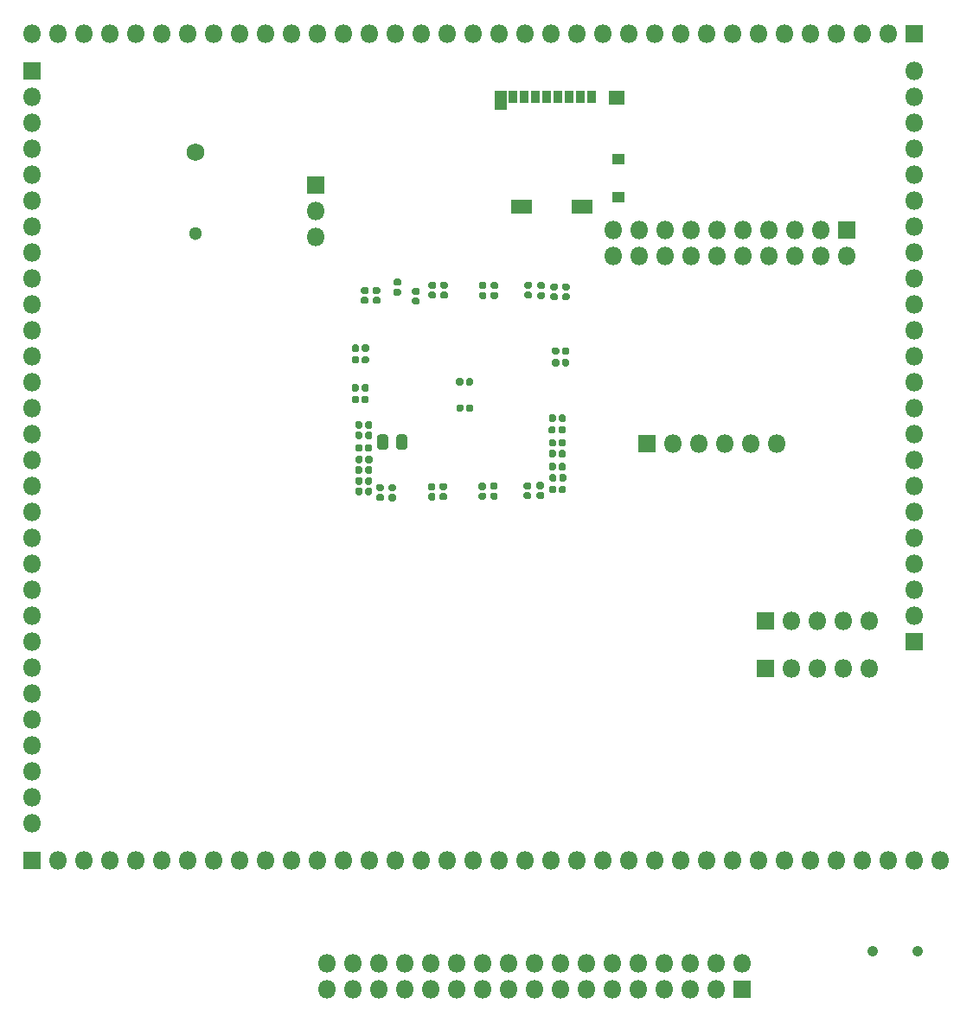
<source format=gbr>
G04 #@! TF.GenerationSoftware,KiCad,Pcbnew,(5.1.6)-1*
G04 #@! TF.CreationDate,2020-09-15T12:17:56+03:00*
G04 #@! TF.ProjectId,469devboard,34363964-6576-4626-9f61-72642e6b6963,rev?*
G04 #@! TF.SameCoordinates,Original*
G04 #@! TF.FileFunction,Soldermask,Bot*
G04 #@! TF.FilePolarity,Negative*
%FSLAX46Y46*%
G04 Gerber Fmt 4.6, Leading zero omitted, Abs format (unit mm)*
G04 Created by KiCad (PCBNEW (5.1.6)-1) date 2020-09-15 12:17:56*
%MOMM*%
%LPD*%
G01*
G04 APERTURE LIST*
%ADD10O,1.800000X1.800000*%
%ADD11R,1.800000X1.800000*%
%ADD12R,1.650000X1.450000*%
%ADD13R,1.300000X1.100000*%
%ADD14R,2.000000X1.450000*%
%ADD15R,1.270000X1.900000*%
%ADD16R,0.850000X1.200000*%
%ADD17R,0.950000X1.200000*%
%ADD18C,1.050000*%
%ADD19C,1.750000*%
%ADD20C,1.300000*%
G04 APERTURE END LIST*
D10*
X161023300Y-107046500D03*
X158483300Y-107046500D03*
X155943300Y-107046500D03*
X153403300Y-107046500D03*
D11*
X150863300Y-107046500D03*
D10*
X161023300Y-111696500D03*
X158483300Y-111696500D03*
X155943300Y-111696500D03*
X153403300Y-111696500D03*
D11*
X150863300Y-111696500D03*
D10*
X135991600Y-71297800D03*
X135991600Y-68757800D03*
X138531600Y-71297800D03*
X138531600Y-68757800D03*
X141071600Y-71297800D03*
X141071600Y-68757800D03*
X143611600Y-71297800D03*
X143611600Y-68757800D03*
X146151600Y-71297800D03*
X146151600Y-68757800D03*
X148691600Y-71297800D03*
X148691600Y-68757800D03*
X151231600Y-71297800D03*
X151231600Y-68757800D03*
X153771600Y-71297800D03*
X153771600Y-68757800D03*
X156311600Y-71297800D03*
X156311600Y-68757800D03*
X158851600Y-71297800D03*
D11*
X158851600Y-68757800D03*
D10*
X79095600Y-126898400D03*
X79095600Y-124358400D03*
X79095600Y-121818400D03*
X79095600Y-119278400D03*
X79095600Y-116738400D03*
X79095600Y-114198400D03*
X79095600Y-111658400D03*
X79095600Y-109118400D03*
X79095600Y-106578400D03*
X79095600Y-104038400D03*
X79095600Y-101498400D03*
X79095600Y-98958400D03*
X79095600Y-96418400D03*
X79095600Y-93878400D03*
X79095600Y-91338400D03*
X79095600Y-88798400D03*
X79095600Y-86258400D03*
X79095600Y-83718400D03*
X79095600Y-81178400D03*
X79095600Y-78638400D03*
X79095600Y-76098400D03*
X79095600Y-73558400D03*
X79095600Y-71018400D03*
X79095600Y-68478400D03*
X79095600Y-65938400D03*
X79095600Y-63398400D03*
X79095600Y-60858400D03*
X79095600Y-58318400D03*
X79095600Y-55778400D03*
D11*
X79095600Y-53238400D03*
D10*
X165404800Y-53187600D03*
X165404800Y-55727600D03*
X165404800Y-58267600D03*
X165404800Y-60807600D03*
X165404800Y-63347600D03*
X165404800Y-65887600D03*
X165404800Y-68427600D03*
X165404800Y-70967600D03*
X165404800Y-73507600D03*
X165404800Y-76047600D03*
X165404800Y-78587600D03*
X165404800Y-81127600D03*
X165404800Y-83667600D03*
X165404800Y-86207600D03*
X165404800Y-88747600D03*
X165404800Y-91287600D03*
X165404800Y-93827600D03*
X165404800Y-96367600D03*
X165404800Y-98907600D03*
X165404800Y-101447600D03*
X165404800Y-103987600D03*
X165404800Y-106527600D03*
D11*
X165404800Y-109067600D03*
D12*
X136273400Y-55848600D03*
D13*
X136448400Y-61873600D03*
X136448400Y-65573600D03*
D14*
X132948400Y-66548600D03*
X126978400Y-66548600D03*
D15*
X124953400Y-56073600D03*
D16*
X126163400Y-55723600D03*
D17*
X127213400Y-55723600D03*
X128313400Y-55723600D03*
X129413400Y-55723600D03*
X130513400Y-55723600D03*
X131613400Y-55723600D03*
X132713400Y-55723600D03*
X133813400Y-55723600D03*
D18*
X165763300Y-139399000D03*
X161363300Y-139399000D03*
D19*
X95097600Y-61163200D03*
D20*
X95097600Y-69163200D03*
G36*
G01*
X111673800Y-89097500D02*
X111673800Y-88702500D01*
G75*
G02*
X111846300Y-88530000I172500J0D01*
G01*
X112191300Y-88530000D01*
G75*
G02*
X112363800Y-88702500I0J-172500D01*
G01*
X112363800Y-89097500D01*
G75*
G02*
X112191300Y-89270000I-172500J0D01*
G01*
X111846300Y-89270000D01*
G75*
G02*
X111673800Y-89097500I0J172500D01*
G01*
G37*
G36*
G01*
X110703800Y-89097500D02*
X110703800Y-88702500D01*
G75*
G02*
X110876300Y-88530000I172500J0D01*
G01*
X111221300Y-88530000D01*
G75*
G02*
X111393800Y-88702500I0J-172500D01*
G01*
X111393800Y-89097500D01*
G75*
G02*
X111221300Y-89270000I-172500J0D01*
G01*
X110876300Y-89270000D01*
G75*
G02*
X110703800Y-89097500I0J172500D01*
G01*
G37*
G36*
G01*
X111673800Y-88081500D02*
X111673800Y-87686500D01*
G75*
G02*
X111846300Y-87514000I172500J0D01*
G01*
X112191300Y-87514000D01*
G75*
G02*
X112363800Y-87686500I0J-172500D01*
G01*
X112363800Y-88081500D01*
G75*
G02*
X112191300Y-88254000I-172500J0D01*
G01*
X111846300Y-88254000D01*
G75*
G02*
X111673800Y-88081500I0J172500D01*
G01*
G37*
G36*
G01*
X110703800Y-88081500D02*
X110703800Y-87686500D01*
G75*
G02*
X110876300Y-87514000I172500J0D01*
G01*
X111221300Y-87514000D01*
G75*
G02*
X111393800Y-87686500I0J-172500D01*
G01*
X111393800Y-88081500D01*
G75*
G02*
X111221300Y-88254000I-172500J0D01*
G01*
X110876300Y-88254000D01*
G75*
G02*
X110703800Y-88081500I0J172500D01*
G01*
G37*
G36*
G01*
X123336700Y-94246400D02*
X122941700Y-94246400D01*
G75*
G02*
X122769200Y-94073900I0J172500D01*
G01*
X122769200Y-93728900D01*
G75*
G02*
X122941700Y-93556400I172500J0D01*
G01*
X123336700Y-93556400D01*
G75*
G02*
X123509200Y-93728900I0J-172500D01*
G01*
X123509200Y-94073900D01*
G75*
G02*
X123336700Y-94246400I-172500J0D01*
G01*
G37*
G36*
G01*
X123336700Y-95216400D02*
X122941700Y-95216400D01*
G75*
G02*
X122769200Y-95043900I0J172500D01*
G01*
X122769200Y-94698900D01*
G75*
G02*
X122941700Y-94526400I172500J0D01*
G01*
X123336700Y-94526400D01*
G75*
G02*
X123509200Y-94698900I0J-172500D01*
G01*
X123509200Y-95043900D01*
G75*
G02*
X123336700Y-95216400I-172500J0D01*
G01*
G37*
G36*
G01*
X124479700Y-94223400D02*
X124084700Y-94223400D01*
G75*
G02*
X123912200Y-94050900I0J172500D01*
G01*
X123912200Y-93705900D01*
G75*
G02*
X124084700Y-93533400I172500J0D01*
G01*
X124479700Y-93533400D01*
G75*
G02*
X124652200Y-93705900I0J-172500D01*
G01*
X124652200Y-94050900D01*
G75*
G02*
X124479700Y-94223400I-172500J0D01*
G01*
G37*
G36*
G01*
X124479700Y-95193400D02*
X124084700Y-95193400D01*
G75*
G02*
X123912200Y-95020900I0J172500D01*
G01*
X123912200Y-94675900D01*
G75*
G02*
X124084700Y-94503400I172500J0D01*
G01*
X124479700Y-94503400D01*
G75*
G02*
X124652200Y-94675900I0J-172500D01*
G01*
X124652200Y-95020900D01*
G75*
G02*
X124479700Y-95193400I-172500J0D01*
G01*
G37*
G36*
G01*
X111338800Y-85592300D02*
X111338800Y-85197300D01*
G75*
G02*
X111511300Y-85024800I172500J0D01*
G01*
X111856300Y-85024800D01*
G75*
G02*
X112028800Y-85197300I0J-172500D01*
G01*
X112028800Y-85592300D01*
G75*
G02*
X111856300Y-85764800I-172500J0D01*
G01*
X111511300Y-85764800D01*
G75*
G02*
X111338800Y-85592300I0J172500D01*
G01*
G37*
G36*
G01*
X110368800Y-85592300D02*
X110368800Y-85197300D01*
G75*
G02*
X110541300Y-85024800I172500J0D01*
G01*
X110886300Y-85024800D01*
G75*
G02*
X111058800Y-85197300I0J-172500D01*
G01*
X111058800Y-85592300D01*
G75*
G02*
X110886300Y-85764800I-172500J0D01*
G01*
X110541300Y-85764800D01*
G75*
G02*
X110368800Y-85592300I0J172500D01*
G01*
G37*
G36*
G01*
X111338800Y-84449300D02*
X111338800Y-84054300D01*
G75*
G02*
X111511300Y-83881800I172500J0D01*
G01*
X111856300Y-83881800D01*
G75*
G02*
X112028800Y-84054300I0J-172500D01*
G01*
X112028800Y-84449300D01*
G75*
G02*
X111856300Y-84621800I-172500J0D01*
G01*
X111511300Y-84621800D01*
G75*
G02*
X111338800Y-84449300I0J172500D01*
G01*
G37*
G36*
G01*
X110368800Y-84449300D02*
X110368800Y-84054300D01*
G75*
G02*
X110541300Y-83881800I172500J0D01*
G01*
X110886300Y-83881800D01*
G75*
G02*
X111058800Y-84054300I0J-172500D01*
G01*
X111058800Y-84449300D01*
G75*
G02*
X110886300Y-84621800I-172500J0D01*
G01*
X110541300Y-84621800D01*
G75*
G02*
X110368800Y-84449300I0J172500D01*
G01*
G37*
G36*
G01*
X111351500Y-80563100D02*
X111351500Y-80168100D01*
G75*
G02*
X111524000Y-79995600I172500J0D01*
G01*
X111869000Y-79995600D01*
G75*
G02*
X112041500Y-80168100I0J-172500D01*
G01*
X112041500Y-80563100D01*
G75*
G02*
X111869000Y-80735600I-172500J0D01*
G01*
X111524000Y-80735600D01*
G75*
G02*
X111351500Y-80563100I0J172500D01*
G01*
G37*
G36*
G01*
X110381500Y-80563100D02*
X110381500Y-80168100D01*
G75*
G02*
X110554000Y-79995600I172500J0D01*
G01*
X110899000Y-79995600D01*
G75*
G02*
X111071500Y-80168100I0J-172500D01*
G01*
X111071500Y-80563100D01*
G75*
G02*
X110899000Y-80735600I-172500J0D01*
G01*
X110554000Y-80735600D01*
G75*
G02*
X110381500Y-80563100I0J172500D01*
G01*
G37*
G36*
G01*
X111351500Y-81706100D02*
X111351500Y-81311100D01*
G75*
G02*
X111524000Y-81138600I172500J0D01*
G01*
X111869000Y-81138600D01*
G75*
G02*
X112041500Y-81311100I0J-172500D01*
G01*
X112041500Y-81706100D01*
G75*
G02*
X111869000Y-81878600I-172500J0D01*
G01*
X111524000Y-81878600D01*
G75*
G02*
X111351500Y-81706100I0J172500D01*
G01*
G37*
G36*
G01*
X110381500Y-81706100D02*
X110381500Y-81311100D01*
G75*
G02*
X110554000Y-81138600I172500J0D01*
G01*
X110899000Y-81138600D01*
G75*
G02*
X111071500Y-81311100I0J-172500D01*
G01*
X111071500Y-81706100D01*
G75*
G02*
X110899000Y-81878600I-172500J0D01*
G01*
X110554000Y-81878600D01*
G75*
G02*
X110381500Y-81706100I0J172500D01*
G01*
G37*
G36*
G01*
X112578500Y-75347000D02*
X112973500Y-75347000D01*
G75*
G02*
X113146000Y-75519500I0J-172500D01*
G01*
X113146000Y-75864500D01*
G75*
G02*
X112973500Y-76037000I-172500J0D01*
G01*
X112578500Y-76037000D01*
G75*
G02*
X112406000Y-75864500I0J172500D01*
G01*
X112406000Y-75519500D01*
G75*
G02*
X112578500Y-75347000I172500J0D01*
G01*
G37*
G36*
G01*
X112578500Y-74377000D02*
X112973500Y-74377000D01*
G75*
G02*
X113146000Y-74549500I0J-172500D01*
G01*
X113146000Y-74894500D01*
G75*
G02*
X112973500Y-75067000I-172500J0D01*
G01*
X112578500Y-75067000D01*
G75*
G02*
X112406000Y-74894500I0J172500D01*
G01*
X112406000Y-74549500D01*
G75*
G02*
X112578500Y-74377000I172500J0D01*
G01*
G37*
G36*
G01*
X111435500Y-75347000D02*
X111830500Y-75347000D01*
G75*
G02*
X112003000Y-75519500I0J-172500D01*
G01*
X112003000Y-75864500D01*
G75*
G02*
X111830500Y-76037000I-172500J0D01*
G01*
X111435500Y-76037000D01*
G75*
G02*
X111263000Y-75864500I0J172500D01*
G01*
X111263000Y-75519500D01*
G75*
G02*
X111435500Y-75347000I172500J0D01*
G01*
G37*
G36*
G01*
X111435500Y-74377000D02*
X111830500Y-74377000D01*
G75*
G02*
X112003000Y-74549500I0J-172500D01*
G01*
X112003000Y-74894500D01*
G75*
G02*
X111830500Y-75067000I-172500J0D01*
G01*
X111435500Y-75067000D01*
G75*
G02*
X111263000Y-74894500I0J172500D01*
G01*
X111263000Y-74549500D01*
G75*
G02*
X111435500Y-74377000I172500J0D01*
G01*
G37*
G36*
G01*
X119195200Y-74839000D02*
X119590200Y-74839000D01*
G75*
G02*
X119762700Y-75011500I0J-172500D01*
G01*
X119762700Y-75356500D01*
G75*
G02*
X119590200Y-75529000I-172500J0D01*
G01*
X119195200Y-75529000D01*
G75*
G02*
X119022700Y-75356500I0J172500D01*
G01*
X119022700Y-75011500D01*
G75*
G02*
X119195200Y-74839000I172500J0D01*
G01*
G37*
G36*
G01*
X119195200Y-73869000D02*
X119590200Y-73869000D01*
G75*
G02*
X119762700Y-74041500I0J-172500D01*
G01*
X119762700Y-74386500D01*
G75*
G02*
X119590200Y-74559000I-172500J0D01*
G01*
X119195200Y-74559000D01*
G75*
G02*
X119022700Y-74386500I0J172500D01*
G01*
X119022700Y-74041500D01*
G75*
G02*
X119195200Y-73869000I172500J0D01*
G01*
G37*
G36*
G01*
X118052200Y-74839000D02*
X118447200Y-74839000D01*
G75*
G02*
X118619700Y-75011500I0J-172500D01*
G01*
X118619700Y-75356500D01*
G75*
G02*
X118447200Y-75529000I-172500J0D01*
G01*
X118052200Y-75529000D01*
G75*
G02*
X117879700Y-75356500I0J172500D01*
G01*
X117879700Y-75011500D01*
G75*
G02*
X118052200Y-74839000I172500J0D01*
G01*
G37*
G36*
G01*
X118052200Y-73869000D02*
X118447200Y-73869000D01*
G75*
G02*
X118619700Y-74041500I0J-172500D01*
G01*
X118619700Y-74386500D01*
G75*
G02*
X118447200Y-74559000I-172500J0D01*
G01*
X118052200Y-74559000D01*
G75*
G02*
X117879700Y-74386500I0J172500D01*
G01*
X117879700Y-74041500D01*
G75*
G02*
X118052200Y-73869000I172500J0D01*
G01*
G37*
G36*
G01*
X113923100Y-89079150D02*
X113923100Y-90041650D01*
G75*
G02*
X113654350Y-90310400I-268750J0D01*
G01*
X113116850Y-90310400D01*
G75*
G02*
X112848100Y-90041650I0J268750D01*
G01*
X112848100Y-89079150D01*
G75*
G02*
X113116850Y-88810400I268750J0D01*
G01*
X113654350Y-88810400D01*
G75*
G02*
X113923100Y-89079150I0J-268750D01*
G01*
G37*
G36*
G01*
X115798100Y-89079150D02*
X115798100Y-90041650D01*
G75*
G02*
X115529350Y-90310400I-268750J0D01*
G01*
X114991850Y-90310400D01*
G75*
G02*
X114723100Y-90041650I0J268750D01*
G01*
X114723100Y-89079150D01*
G75*
G02*
X114991850Y-88810400I268750J0D01*
G01*
X115529350Y-88810400D01*
G75*
G02*
X115798100Y-89079150I0J-268750D01*
G01*
G37*
D10*
X167995600Y-130556000D03*
X165455600Y-130556000D03*
X162915600Y-130556000D03*
X160375600Y-130556000D03*
X157835600Y-130556000D03*
X155295600Y-130556000D03*
X152755600Y-130556000D03*
X150215600Y-130556000D03*
X147675600Y-130556000D03*
X145135600Y-130556000D03*
X142595600Y-130556000D03*
X140055600Y-130556000D03*
X137515600Y-130556000D03*
X134975600Y-130556000D03*
X132435600Y-130556000D03*
X129895600Y-130556000D03*
X127355600Y-130556000D03*
X124815600Y-130556000D03*
X122275600Y-130556000D03*
X119735600Y-130556000D03*
X117195600Y-130556000D03*
X114655600Y-130556000D03*
X112115600Y-130556000D03*
X109575600Y-130556000D03*
X107035600Y-130556000D03*
X104495600Y-130556000D03*
X101955600Y-130556000D03*
X99415600Y-130556000D03*
X96875600Y-130556000D03*
X94335600Y-130556000D03*
X91795600Y-130556000D03*
X89255600Y-130556000D03*
X86715600Y-130556000D03*
X84175600Y-130556000D03*
X81635600Y-130556000D03*
D11*
X79095600Y-130556000D03*
D10*
X79095600Y-49580800D03*
X81635600Y-49580800D03*
X84175600Y-49580800D03*
X86715600Y-49580800D03*
X89255600Y-49580800D03*
X91795600Y-49580800D03*
X94335600Y-49580800D03*
X96875600Y-49580800D03*
X99415600Y-49580800D03*
X101955600Y-49580800D03*
X104495600Y-49580800D03*
X107035600Y-49580800D03*
X109575600Y-49580800D03*
X112115600Y-49580800D03*
X114655600Y-49580800D03*
X117195600Y-49580800D03*
X119735600Y-49580800D03*
X122275600Y-49580800D03*
X124815600Y-49580800D03*
X127355600Y-49580800D03*
X129895600Y-49580800D03*
X132435600Y-49580800D03*
X134975600Y-49580800D03*
X137515600Y-49580800D03*
X140055600Y-49580800D03*
X142595600Y-49580800D03*
X145135600Y-49580800D03*
X147675600Y-49580800D03*
X150215600Y-49580800D03*
X152755600Y-49580800D03*
X155295600Y-49580800D03*
X157835600Y-49580800D03*
X160375600Y-49580800D03*
X162915600Y-49580800D03*
D11*
X165455600Y-49580800D03*
G36*
G01*
X111673800Y-94583900D02*
X111673800Y-94188900D01*
G75*
G02*
X111846300Y-94016400I172500J0D01*
G01*
X112191300Y-94016400D01*
G75*
G02*
X112363800Y-94188900I0J-172500D01*
G01*
X112363800Y-94583900D01*
G75*
G02*
X112191300Y-94756400I-172500J0D01*
G01*
X111846300Y-94756400D01*
G75*
G02*
X111673800Y-94583900I0J172500D01*
G01*
G37*
G36*
G01*
X110703800Y-94583900D02*
X110703800Y-94188900D01*
G75*
G02*
X110876300Y-94016400I172500J0D01*
G01*
X111221300Y-94016400D01*
G75*
G02*
X111393800Y-94188900I0J-172500D01*
G01*
X111393800Y-94583900D01*
G75*
G02*
X111221300Y-94756400I-172500J0D01*
G01*
X110876300Y-94756400D01*
G75*
G02*
X110703800Y-94583900I0J172500D01*
G01*
G37*
D10*
X151993600Y-89712800D03*
X149453600Y-89712800D03*
X146913600Y-89712800D03*
X144373600Y-89712800D03*
X141833600Y-89712800D03*
D11*
X139293600Y-89712800D03*
G36*
G01*
X124122800Y-74856500D02*
X124517800Y-74856500D01*
G75*
G02*
X124690300Y-75029000I0J-172500D01*
G01*
X124690300Y-75374000D01*
G75*
G02*
X124517800Y-75546500I-172500J0D01*
G01*
X124122800Y-75546500D01*
G75*
G02*
X123950300Y-75374000I0J172500D01*
G01*
X123950300Y-75029000D01*
G75*
G02*
X124122800Y-74856500I172500J0D01*
G01*
G37*
G36*
G01*
X124122800Y-73886500D02*
X124517800Y-73886500D01*
G75*
G02*
X124690300Y-74059000I0J-172500D01*
G01*
X124690300Y-74404000D01*
G75*
G02*
X124517800Y-74576500I-172500J0D01*
G01*
X124122800Y-74576500D01*
G75*
G02*
X123950300Y-74404000I0J172500D01*
G01*
X123950300Y-74059000D01*
G75*
G02*
X124122800Y-73886500I172500J0D01*
G01*
G37*
G36*
G01*
X122979800Y-74856500D02*
X123374800Y-74856500D01*
G75*
G02*
X123547300Y-75029000I0J-172500D01*
G01*
X123547300Y-75374000D01*
G75*
G02*
X123374800Y-75546500I-172500J0D01*
G01*
X122979800Y-75546500D01*
G75*
G02*
X122807300Y-75374000I0J172500D01*
G01*
X122807300Y-75029000D01*
G75*
G02*
X122979800Y-74856500I172500J0D01*
G01*
G37*
G36*
G01*
X122979800Y-73886500D02*
X123374800Y-73886500D01*
G75*
G02*
X123547300Y-74059000I0J-172500D01*
G01*
X123547300Y-74404000D01*
G75*
G02*
X123374800Y-74576500I-172500J0D01*
G01*
X122979800Y-74576500D01*
G75*
G02*
X122807300Y-74404000I0J172500D01*
G01*
X122807300Y-74059000D01*
G75*
G02*
X122979800Y-73886500I172500J0D01*
G01*
G37*
G36*
G01*
X128707500Y-74864400D02*
X129102500Y-74864400D01*
G75*
G02*
X129275000Y-75036900I0J-172500D01*
G01*
X129275000Y-75381900D01*
G75*
G02*
X129102500Y-75554400I-172500J0D01*
G01*
X128707500Y-75554400D01*
G75*
G02*
X128535000Y-75381900I0J172500D01*
G01*
X128535000Y-75036900D01*
G75*
G02*
X128707500Y-74864400I172500J0D01*
G01*
G37*
G36*
G01*
X128707500Y-73894400D02*
X129102500Y-73894400D01*
G75*
G02*
X129275000Y-74066900I0J-172500D01*
G01*
X129275000Y-74411900D01*
G75*
G02*
X129102500Y-74584400I-172500J0D01*
G01*
X128707500Y-74584400D01*
G75*
G02*
X128535000Y-74411900I0J172500D01*
G01*
X128535000Y-74066900D01*
G75*
G02*
X128707500Y-73894400I172500J0D01*
G01*
G37*
G36*
G01*
X127437500Y-74818400D02*
X127832500Y-74818400D01*
G75*
G02*
X128005000Y-74990900I0J-172500D01*
G01*
X128005000Y-75335900D01*
G75*
G02*
X127832500Y-75508400I-172500J0D01*
G01*
X127437500Y-75508400D01*
G75*
G02*
X127265000Y-75335900I0J172500D01*
G01*
X127265000Y-74990900D01*
G75*
G02*
X127437500Y-74818400I172500J0D01*
G01*
G37*
G36*
G01*
X127437500Y-73848400D02*
X127832500Y-73848400D01*
G75*
G02*
X128005000Y-74020900I0J-172500D01*
G01*
X128005000Y-74365900D01*
G75*
G02*
X127832500Y-74538400I-172500J0D01*
G01*
X127437500Y-74538400D01*
G75*
G02*
X127265000Y-74365900I0J172500D01*
G01*
X127265000Y-74020900D01*
G75*
G02*
X127437500Y-73848400I172500J0D01*
G01*
G37*
G36*
G01*
X131120500Y-74991400D02*
X131515500Y-74991400D01*
G75*
G02*
X131688000Y-75163900I0J-172500D01*
G01*
X131688000Y-75508900D01*
G75*
G02*
X131515500Y-75681400I-172500J0D01*
G01*
X131120500Y-75681400D01*
G75*
G02*
X130948000Y-75508900I0J172500D01*
G01*
X130948000Y-75163900D01*
G75*
G02*
X131120500Y-74991400I172500J0D01*
G01*
G37*
G36*
G01*
X131120500Y-74021400D02*
X131515500Y-74021400D01*
G75*
G02*
X131688000Y-74193900I0J-172500D01*
G01*
X131688000Y-74538900D01*
G75*
G02*
X131515500Y-74711400I-172500J0D01*
G01*
X131120500Y-74711400D01*
G75*
G02*
X130948000Y-74538900I0J172500D01*
G01*
X130948000Y-74193900D01*
G75*
G02*
X131120500Y-74021400I172500J0D01*
G01*
G37*
G36*
G01*
X129977500Y-74991400D02*
X130372500Y-74991400D01*
G75*
G02*
X130545000Y-75163900I0J-172500D01*
G01*
X130545000Y-75508900D01*
G75*
G02*
X130372500Y-75681400I-172500J0D01*
G01*
X129977500Y-75681400D01*
G75*
G02*
X129805000Y-75508900I0J172500D01*
G01*
X129805000Y-75163900D01*
G75*
G02*
X129977500Y-74991400I172500J0D01*
G01*
G37*
G36*
G01*
X129977500Y-74021400D02*
X130372500Y-74021400D01*
G75*
G02*
X130545000Y-74193900I0J-172500D01*
G01*
X130545000Y-74538900D01*
G75*
G02*
X130372500Y-74711400I-172500J0D01*
G01*
X129977500Y-74711400D01*
G75*
G02*
X129805000Y-74538900I0J172500D01*
G01*
X129805000Y-74193900D01*
G75*
G02*
X129977500Y-74021400I172500J0D01*
G01*
G37*
G36*
G01*
X130670000Y-81590500D02*
X130670000Y-81985500D01*
G75*
G02*
X130497500Y-82158000I-172500J0D01*
G01*
X130152500Y-82158000D01*
G75*
G02*
X129980000Y-81985500I0J172500D01*
G01*
X129980000Y-81590500D01*
G75*
G02*
X130152500Y-81418000I172500J0D01*
G01*
X130497500Y-81418000D01*
G75*
G02*
X130670000Y-81590500I0J-172500D01*
G01*
G37*
G36*
G01*
X131640000Y-81590500D02*
X131640000Y-81985500D01*
G75*
G02*
X131467500Y-82158000I-172500J0D01*
G01*
X131122500Y-82158000D01*
G75*
G02*
X130950000Y-81985500I0J172500D01*
G01*
X130950000Y-81590500D01*
G75*
G02*
X131122500Y-81418000I172500J0D01*
G01*
X131467500Y-81418000D01*
G75*
G02*
X131640000Y-81590500I0J-172500D01*
G01*
G37*
G36*
G01*
X130670000Y-80447500D02*
X130670000Y-80842500D01*
G75*
G02*
X130497500Y-81015000I-172500J0D01*
G01*
X130152500Y-81015000D01*
G75*
G02*
X129980000Y-80842500I0J172500D01*
G01*
X129980000Y-80447500D01*
G75*
G02*
X130152500Y-80275000I172500J0D01*
G01*
X130497500Y-80275000D01*
G75*
G02*
X130670000Y-80447500I0J-172500D01*
G01*
G37*
G36*
G01*
X131640000Y-80447500D02*
X131640000Y-80842500D01*
G75*
G02*
X131467500Y-81015000I-172500J0D01*
G01*
X131122500Y-81015000D01*
G75*
G02*
X130950000Y-80842500I0J172500D01*
G01*
X130950000Y-80447500D01*
G75*
G02*
X131122500Y-80275000I172500J0D01*
G01*
X131467500Y-80275000D01*
G75*
G02*
X131640000Y-80447500I0J-172500D01*
G01*
G37*
G36*
G01*
X130342200Y-91775900D02*
X130342200Y-92170900D01*
G75*
G02*
X130169700Y-92343400I-172500J0D01*
G01*
X129824700Y-92343400D01*
G75*
G02*
X129652200Y-92170900I0J172500D01*
G01*
X129652200Y-91775900D01*
G75*
G02*
X129824700Y-91603400I172500J0D01*
G01*
X130169700Y-91603400D01*
G75*
G02*
X130342200Y-91775900I0J-172500D01*
G01*
G37*
G36*
G01*
X131312200Y-91775900D02*
X131312200Y-92170900D01*
G75*
G02*
X131139700Y-92343400I-172500J0D01*
G01*
X130794700Y-92343400D01*
G75*
G02*
X130622200Y-92170900I0J172500D01*
G01*
X130622200Y-91775900D01*
G75*
G02*
X130794700Y-91603400I172500J0D01*
G01*
X131139700Y-91603400D01*
G75*
G02*
X131312200Y-91775900I0J-172500D01*
G01*
G37*
G36*
G01*
X130342200Y-90505900D02*
X130342200Y-90900900D01*
G75*
G02*
X130169700Y-91073400I-172500J0D01*
G01*
X129824700Y-91073400D01*
G75*
G02*
X129652200Y-90900900I0J172500D01*
G01*
X129652200Y-90505900D01*
G75*
G02*
X129824700Y-90333400I172500J0D01*
G01*
X130169700Y-90333400D01*
G75*
G02*
X130342200Y-90505900I0J-172500D01*
G01*
G37*
G36*
G01*
X131312200Y-90505900D02*
X131312200Y-90900900D01*
G75*
G02*
X131139700Y-91073400I-172500J0D01*
G01*
X130794700Y-91073400D01*
G75*
G02*
X130622200Y-90900900I0J172500D01*
G01*
X130622200Y-90505900D01*
G75*
G02*
X130794700Y-90333400I172500J0D01*
G01*
X131139700Y-90333400D01*
G75*
G02*
X131312200Y-90505900I0J-172500D01*
G01*
G37*
G36*
G01*
X113329100Y-94371000D02*
X112934100Y-94371000D01*
G75*
G02*
X112761600Y-94198500I0J172500D01*
G01*
X112761600Y-93853500D01*
G75*
G02*
X112934100Y-93681000I172500J0D01*
G01*
X113329100Y-93681000D01*
G75*
G02*
X113501600Y-93853500I0J-172500D01*
G01*
X113501600Y-94198500D01*
G75*
G02*
X113329100Y-94371000I-172500J0D01*
G01*
G37*
G36*
G01*
X113329100Y-95341000D02*
X112934100Y-95341000D01*
G75*
G02*
X112761600Y-95168500I0J172500D01*
G01*
X112761600Y-94823500D01*
G75*
G02*
X112934100Y-94651000I172500J0D01*
G01*
X113329100Y-94651000D01*
G75*
G02*
X113501600Y-94823500I0J-172500D01*
G01*
X113501600Y-95168500D01*
G75*
G02*
X113329100Y-95341000I-172500J0D01*
G01*
G37*
G36*
G01*
X114522900Y-94373400D02*
X114127900Y-94373400D01*
G75*
G02*
X113955400Y-94200900I0J172500D01*
G01*
X113955400Y-93855900D01*
G75*
G02*
X114127900Y-93683400I172500J0D01*
G01*
X114522900Y-93683400D01*
G75*
G02*
X114695400Y-93855900I0J-172500D01*
G01*
X114695400Y-94200900D01*
G75*
G02*
X114522900Y-94373400I-172500J0D01*
G01*
G37*
G36*
G01*
X114522900Y-95343400D02*
X114127900Y-95343400D01*
G75*
G02*
X113955400Y-95170900I0J172500D01*
G01*
X113955400Y-94825900D01*
G75*
G02*
X114127900Y-94653400I172500J0D01*
G01*
X114522900Y-94653400D01*
G75*
G02*
X114695400Y-94825900I0J-172500D01*
G01*
X114695400Y-95170900D01*
G75*
G02*
X114522900Y-95343400I-172500J0D01*
G01*
G37*
G36*
G01*
X130367600Y-94011100D02*
X130367600Y-94406100D01*
G75*
G02*
X130195100Y-94578600I-172500J0D01*
G01*
X129850100Y-94578600D01*
G75*
G02*
X129677600Y-94406100I0J172500D01*
G01*
X129677600Y-94011100D01*
G75*
G02*
X129850100Y-93838600I172500J0D01*
G01*
X130195100Y-93838600D01*
G75*
G02*
X130367600Y-94011100I0J-172500D01*
G01*
G37*
G36*
G01*
X131337600Y-94011100D02*
X131337600Y-94406100D01*
G75*
G02*
X131165100Y-94578600I-172500J0D01*
G01*
X130820100Y-94578600D01*
G75*
G02*
X130647600Y-94406100I0J172500D01*
G01*
X130647600Y-94011100D01*
G75*
G02*
X130820100Y-93838600I172500J0D01*
G01*
X131165100Y-93838600D01*
G75*
G02*
X131337600Y-94011100I0J-172500D01*
G01*
G37*
G36*
G01*
X130390600Y-92868100D02*
X130390600Y-93263100D01*
G75*
G02*
X130218100Y-93435600I-172500J0D01*
G01*
X129873100Y-93435600D01*
G75*
G02*
X129700600Y-93263100I0J172500D01*
G01*
X129700600Y-92868100D01*
G75*
G02*
X129873100Y-92695600I172500J0D01*
G01*
X130218100Y-92695600D01*
G75*
G02*
X130390600Y-92868100I0J-172500D01*
G01*
G37*
G36*
G01*
X131360600Y-92868100D02*
X131360600Y-93263100D01*
G75*
G02*
X131188100Y-93435600I-172500J0D01*
G01*
X130843100Y-93435600D01*
G75*
G02*
X130670600Y-93263100I0J172500D01*
G01*
X130670600Y-92868100D01*
G75*
G02*
X130843100Y-92695600I172500J0D01*
G01*
X131188100Y-92695600D01*
G75*
G02*
X131360600Y-92868100I0J-172500D01*
G01*
G37*
G36*
G01*
X127756300Y-94193200D02*
X127361300Y-94193200D01*
G75*
G02*
X127188800Y-94020700I0J172500D01*
G01*
X127188800Y-93675700D01*
G75*
G02*
X127361300Y-93503200I172500J0D01*
G01*
X127756300Y-93503200D01*
G75*
G02*
X127928800Y-93675700I0J-172500D01*
G01*
X127928800Y-94020700D01*
G75*
G02*
X127756300Y-94193200I-172500J0D01*
G01*
G37*
G36*
G01*
X127756300Y-95163200D02*
X127361300Y-95163200D01*
G75*
G02*
X127188800Y-94990700I0J172500D01*
G01*
X127188800Y-94645700D01*
G75*
G02*
X127361300Y-94473200I172500J0D01*
G01*
X127756300Y-94473200D01*
G75*
G02*
X127928800Y-94645700I0J-172500D01*
G01*
X127928800Y-94990700D01*
G75*
G02*
X127756300Y-95163200I-172500J0D01*
G01*
G37*
G36*
G01*
X129026300Y-94170200D02*
X128631300Y-94170200D01*
G75*
G02*
X128458800Y-93997700I0J172500D01*
G01*
X128458800Y-93652700D01*
G75*
G02*
X128631300Y-93480200I172500J0D01*
G01*
X129026300Y-93480200D01*
G75*
G02*
X129198800Y-93652700I0J-172500D01*
G01*
X129198800Y-93997700D01*
G75*
G02*
X129026300Y-94170200I-172500J0D01*
G01*
G37*
G36*
G01*
X129026300Y-95140200D02*
X128631300Y-95140200D01*
G75*
G02*
X128458800Y-94967700I0J172500D01*
G01*
X128458800Y-94622700D01*
G75*
G02*
X128631300Y-94450200I172500J0D01*
G01*
X129026300Y-94450200D01*
G75*
G02*
X129198800Y-94622700I0J-172500D01*
G01*
X129198800Y-94967700D01*
G75*
G02*
X129026300Y-95140200I-172500J0D01*
G01*
G37*
G36*
G01*
X119526700Y-94271800D02*
X119131700Y-94271800D01*
G75*
G02*
X118959200Y-94099300I0J172500D01*
G01*
X118959200Y-93754300D01*
G75*
G02*
X119131700Y-93581800I172500J0D01*
G01*
X119526700Y-93581800D01*
G75*
G02*
X119699200Y-93754300I0J-172500D01*
G01*
X119699200Y-94099300D01*
G75*
G02*
X119526700Y-94271800I-172500J0D01*
G01*
G37*
G36*
G01*
X119526700Y-95241800D02*
X119131700Y-95241800D01*
G75*
G02*
X118959200Y-95069300I0J172500D01*
G01*
X118959200Y-94724300D01*
G75*
G02*
X119131700Y-94551800I172500J0D01*
G01*
X119526700Y-94551800D01*
G75*
G02*
X119699200Y-94724300I0J-172500D01*
G01*
X119699200Y-95069300D01*
G75*
G02*
X119526700Y-95241800I-172500J0D01*
G01*
G37*
G36*
G01*
X118383700Y-94294800D02*
X117988700Y-94294800D01*
G75*
G02*
X117816200Y-94122300I0J172500D01*
G01*
X117816200Y-93777300D01*
G75*
G02*
X117988700Y-93604800I172500J0D01*
G01*
X118383700Y-93604800D01*
G75*
G02*
X118556200Y-93777300I0J-172500D01*
G01*
X118556200Y-94122300D01*
G75*
G02*
X118383700Y-94294800I-172500J0D01*
G01*
G37*
G36*
G01*
X118383700Y-95264800D02*
X117988700Y-95264800D01*
G75*
G02*
X117816200Y-95092300I0J172500D01*
G01*
X117816200Y-94747300D01*
G75*
G02*
X117988700Y-94574800I172500J0D01*
G01*
X118383700Y-94574800D01*
G75*
G02*
X118556200Y-94747300I0J-172500D01*
G01*
X118556200Y-95092300D01*
G75*
G02*
X118383700Y-95264800I-172500J0D01*
G01*
G37*
G36*
G01*
X111673800Y-90329400D02*
X111673800Y-89934400D01*
G75*
G02*
X111846300Y-89761900I172500J0D01*
G01*
X112191300Y-89761900D01*
G75*
G02*
X112363800Y-89934400I0J-172500D01*
G01*
X112363800Y-90329400D01*
G75*
G02*
X112191300Y-90501900I-172500J0D01*
G01*
X111846300Y-90501900D01*
G75*
G02*
X111673800Y-90329400I0J172500D01*
G01*
G37*
G36*
G01*
X110703800Y-90329400D02*
X110703800Y-89934400D01*
G75*
G02*
X110876300Y-89761900I172500J0D01*
G01*
X111221300Y-89761900D01*
G75*
G02*
X111393800Y-89934400I0J-172500D01*
G01*
X111393800Y-90329400D01*
G75*
G02*
X111221300Y-90501900I-172500J0D01*
G01*
X110876300Y-90501900D01*
G75*
G02*
X110703800Y-90329400I0J172500D01*
G01*
G37*
G36*
G01*
X111696800Y-91472400D02*
X111696800Y-91077400D01*
G75*
G02*
X111869300Y-90904900I172500J0D01*
G01*
X112214300Y-90904900D01*
G75*
G02*
X112386800Y-91077400I0J-172500D01*
G01*
X112386800Y-91472400D01*
G75*
G02*
X112214300Y-91644900I-172500J0D01*
G01*
X111869300Y-91644900D01*
G75*
G02*
X111696800Y-91472400I0J172500D01*
G01*
G37*
G36*
G01*
X110726800Y-91472400D02*
X110726800Y-91077400D01*
G75*
G02*
X110899300Y-90904900I172500J0D01*
G01*
X111244300Y-90904900D01*
G75*
G02*
X111416800Y-91077400I0J-172500D01*
G01*
X111416800Y-91472400D01*
G75*
G02*
X111244300Y-91644900I-172500J0D01*
G01*
X110899300Y-91644900D01*
G75*
G02*
X110726800Y-91472400I0J172500D01*
G01*
G37*
G36*
G01*
X111673800Y-93567900D02*
X111673800Y-93172900D01*
G75*
G02*
X111846300Y-93000400I172500J0D01*
G01*
X112191300Y-93000400D01*
G75*
G02*
X112363800Y-93172900I0J-172500D01*
G01*
X112363800Y-93567900D01*
G75*
G02*
X112191300Y-93740400I-172500J0D01*
G01*
X111846300Y-93740400D01*
G75*
G02*
X111673800Y-93567900I0J172500D01*
G01*
G37*
G36*
G01*
X110703800Y-93567900D02*
X110703800Y-93172900D01*
G75*
G02*
X110876300Y-93000400I172500J0D01*
G01*
X111221300Y-93000400D01*
G75*
G02*
X111393800Y-93172900I0J-172500D01*
G01*
X111393800Y-93567900D01*
G75*
G02*
X111221300Y-93740400I-172500J0D01*
G01*
X110876300Y-93740400D01*
G75*
G02*
X110703800Y-93567900I0J172500D01*
G01*
G37*
G36*
G01*
X111673800Y-92488400D02*
X111673800Y-92093400D01*
G75*
G02*
X111846300Y-91920900I172500J0D01*
G01*
X112191300Y-91920900D01*
G75*
G02*
X112363800Y-92093400I0J-172500D01*
G01*
X112363800Y-92488400D01*
G75*
G02*
X112191300Y-92660900I-172500J0D01*
G01*
X111846300Y-92660900D01*
G75*
G02*
X111673800Y-92488400I0J172500D01*
G01*
G37*
G36*
G01*
X110703800Y-92488400D02*
X110703800Y-92093400D01*
G75*
G02*
X110876300Y-91920900I172500J0D01*
G01*
X111221300Y-91920900D01*
G75*
G02*
X111393800Y-92093400I0J-172500D01*
G01*
X111393800Y-92488400D01*
G75*
G02*
X111221300Y-92660900I-172500J0D01*
G01*
X110876300Y-92660900D01*
G75*
G02*
X110703800Y-92488400I0J172500D01*
G01*
G37*
G36*
G01*
X121282300Y-86035500D02*
X121282300Y-86430500D01*
G75*
G02*
X121109800Y-86603000I-172500J0D01*
G01*
X120764800Y-86603000D01*
G75*
G02*
X120592300Y-86430500I0J172500D01*
G01*
X120592300Y-86035500D01*
G75*
G02*
X120764800Y-85863000I172500J0D01*
G01*
X121109800Y-85863000D01*
G75*
G02*
X121282300Y-86035500I0J-172500D01*
G01*
G37*
G36*
G01*
X122252300Y-86035500D02*
X122252300Y-86430500D01*
G75*
G02*
X122079800Y-86603000I-172500J0D01*
G01*
X121734800Y-86603000D01*
G75*
G02*
X121562300Y-86430500I0J172500D01*
G01*
X121562300Y-86035500D01*
G75*
G02*
X121734800Y-85863000I172500J0D01*
G01*
X122079800Y-85863000D01*
G75*
G02*
X122252300Y-86035500I0J-172500D01*
G01*
G37*
G36*
G01*
X121272000Y-83470100D02*
X121272000Y-83865100D01*
G75*
G02*
X121099500Y-84037600I-172500J0D01*
G01*
X120754500Y-84037600D01*
G75*
G02*
X120582000Y-83865100I0J172500D01*
G01*
X120582000Y-83470100D01*
G75*
G02*
X120754500Y-83297600I172500J0D01*
G01*
X121099500Y-83297600D01*
G75*
G02*
X121272000Y-83470100I0J-172500D01*
G01*
G37*
G36*
G01*
X122242000Y-83470100D02*
X122242000Y-83865100D01*
G75*
G02*
X122069500Y-84037600I-172500J0D01*
G01*
X121724500Y-84037600D01*
G75*
G02*
X121552000Y-83865100I0J172500D01*
G01*
X121552000Y-83470100D01*
G75*
G02*
X121724500Y-83297600I172500J0D01*
G01*
X122069500Y-83297600D01*
G75*
G02*
X122242000Y-83470100I0J-172500D01*
G01*
G37*
G36*
G01*
X130339800Y-87026100D02*
X130339800Y-87421100D01*
G75*
G02*
X130167300Y-87593600I-172500J0D01*
G01*
X129822300Y-87593600D01*
G75*
G02*
X129649800Y-87421100I0J172500D01*
G01*
X129649800Y-87026100D01*
G75*
G02*
X129822300Y-86853600I172500J0D01*
G01*
X130167300Y-86853600D01*
G75*
G02*
X130339800Y-87026100I0J-172500D01*
G01*
G37*
G36*
G01*
X131309800Y-87026100D02*
X131309800Y-87421100D01*
G75*
G02*
X131137300Y-87593600I-172500J0D01*
G01*
X130792300Y-87593600D01*
G75*
G02*
X130619800Y-87421100I0J172500D01*
G01*
X130619800Y-87026100D01*
G75*
G02*
X130792300Y-86853600I172500J0D01*
G01*
X131137300Y-86853600D01*
G75*
G02*
X131309800Y-87026100I0J-172500D01*
G01*
G37*
G36*
G01*
X130339800Y-89439100D02*
X130339800Y-89834100D01*
G75*
G02*
X130167300Y-90006600I-172500J0D01*
G01*
X129822300Y-90006600D01*
G75*
G02*
X129649800Y-89834100I0J172500D01*
G01*
X129649800Y-89439100D01*
G75*
G02*
X129822300Y-89266600I172500J0D01*
G01*
X130167300Y-89266600D01*
G75*
G02*
X130339800Y-89439100I0J-172500D01*
G01*
G37*
G36*
G01*
X131309800Y-89439100D02*
X131309800Y-89834100D01*
G75*
G02*
X131137300Y-90006600I-172500J0D01*
G01*
X130792300Y-90006600D01*
G75*
G02*
X130619800Y-89834100I0J172500D01*
G01*
X130619800Y-89439100D01*
G75*
G02*
X130792300Y-89266600I172500J0D01*
G01*
X131137300Y-89266600D01*
G75*
G02*
X131309800Y-89439100I0J-172500D01*
G01*
G37*
G36*
G01*
X130316800Y-88169100D02*
X130316800Y-88564100D01*
G75*
G02*
X130144300Y-88736600I-172500J0D01*
G01*
X129799300Y-88736600D01*
G75*
G02*
X129626800Y-88564100I0J172500D01*
G01*
X129626800Y-88169100D01*
G75*
G02*
X129799300Y-87996600I172500J0D01*
G01*
X130144300Y-87996600D01*
G75*
G02*
X130316800Y-88169100I0J-172500D01*
G01*
G37*
G36*
G01*
X131286800Y-88169100D02*
X131286800Y-88564100D01*
G75*
G02*
X131114300Y-88736600I-172500J0D01*
G01*
X130769300Y-88736600D01*
G75*
G02*
X130596800Y-88564100I0J172500D01*
G01*
X130596800Y-88169100D01*
G75*
G02*
X130769300Y-87996600I172500J0D01*
G01*
X131114300Y-87996600D01*
G75*
G02*
X131286800Y-88169100I0J-172500D01*
G01*
G37*
G36*
G01*
X114610500Y-74539000D02*
X115005500Y-74539000D01*
G75*
G02*
X115178000Y-74711500I0J-172500D01*
G01*
X115178000Y-75056500D01*
G75*
G02*
X115005500Y-75229000I-172500J0D01*
G01*
X114610500Y-75229000D01*
G75*
G02*
X114438000Y-75056500I0J172500D01*
G01*
X114438000Y-74711500D01*
G75*
G02*
X114610500Y-74539000I172500J0D01*
G01*
G37*
G36*
G01*
X114610500Y-73569000D02*
X115005500Y-73569000D01*
G75*
G02*
X115178000Y-73741500I0J-172500D01*
G01*
X115178000Y-74086500D01*
G75*
G02*
X115005500Y-74259000I-172500J0D01*
G01*
X114610500Y-74259000D01*
G75*
G02*
X114438000Y-74086500I0J172500D01*
G01*
X114438000Y-73741500D01*
G75*
G02*
X114610500Y-73569000I172500J0D01*
G01*
G37*
G36*
G01*
X116439300Y-75425600D02*
X116834300Y-75425600D01*
G75*
G02*
X117006800Y-75598100I0J-172500D01*
G01*
X117006800Y-75943100D01*
G75*
G02*
X116834300Y-76115600I-172500J0D01*
G01*
X116439300Y-76115600D01*
G75*
G02*
X116266800Y-75943100I0J172500D01*
G01*
X116266800Y-75598100D01*
G75*
G02*
X116439300Y-75425600I172500J0D01*
G01*
G37*
G36*
G01*
X116439300Y-74455600D02*
X116834300Y-74455600D01*
G75*
G02*
X117006800Y-74628100I0J-172500D01*
G01*
X117006800Y-74973100D01*
G75*
G02*
X116834300Y-75145600I-172500J0D01*
G01*
X116439300Y-75145600D01*
G75*
G02*
X116266800Y-74973100I0J172500D01*
G01*
X116266800Y-74628100D01*
G75*
G02*
X116439300Y-74455600I172500J0D01*
G01*
G37*
D10*
X106832400Y-69443600D03*
X106832400Y-66903600D03*
D11*
X106832400Y-64363600D03*
D10*
X107899200Y-140614400D03*
X107899200Y-143154400D03*
X110439200Y-140614400D03*
X110439200Y-143154400D03*
X112979200Y-140614400D03*
X112979200Y-143154400D03*
X115519200Y-140614400D03*
X115519200Y-143154400D03*
X118059200Y-140614400D03*
X118059200Y-143154400D03*
X120599200Y-140614400D03*
X120599200Y-143154400D03*
X123139200Y-140614400D03*
X123139200Y-143154400D03*
X125679200Y-140614400D03*
X125679200Y-143154400D03*
X128219200Y-140614400D03*
X128219200Y-143154400D03*
X130759200Y-140614400D03*
X130759200Y-143154400D03*
X133299200Y-140614400D03*
X133299200Y-143154400D03*
X135839200Y-140614400D03*
X135839200Y-143154400D03*
X138379200Y-140614400D03*
X138379200Y-143154400D03*
X140919200Y-140614400D03*
X140919200Y-143154400D03*
X143459200Y-140614400D03*
X143459200Y-143154400D03*
X145999200Y-140614400D03*
X145999200Y-143154400D03*
X148539200Y-140614400D03*
D11*
X148539200Y-143154400D03*
M02*

</source>
